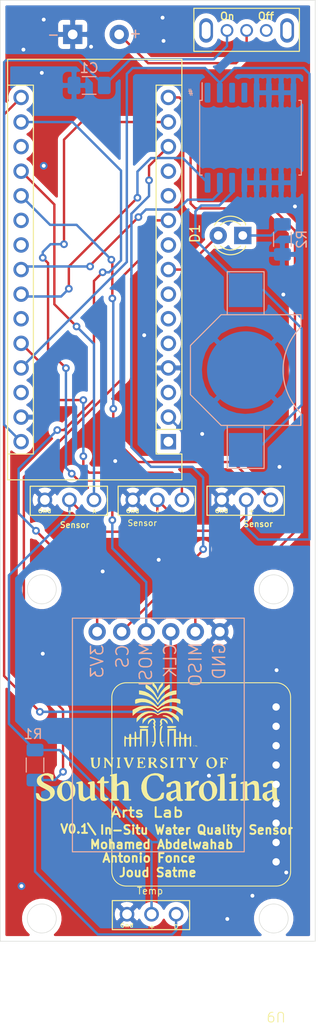
<source format=kicad_pcb>
(kicad_pcb (version 20240108) (generator "pcbnew") (generator_version "8.0")
  (layers (0 "F.Cu" signal) (31 "B.Cu" signal) (34 "B.Paste" user) (35 "F.Paste" user) (36 "B.SilkS" user "B.Silkscreen") (37 "F.SilkS" user "F.Silkscreen") (38 "B.Mask" user) (39 "F.Mask" user) (44 "Edge.Cuts" user))
  (net 0 "")
  (net 4 "Net-(A1-D13)")
  (net 5 "Net-(A1-D7)")
  (net 6 "GND")
  (net 7 "Net-(A1-A1)")
  (net 8 "Net-(A1-A5)")
  (net 9 "Net-(A1-A7)")
  (net 11 "Net-(A1-D12)")
  (net 12 "Net-(A1-3V3)")
  (net 14 "Net-(A1-+5V)")
  (net 15 "Net-(A1-D11)")
  (net 17 "Net-(A1-D10)")
  (net 21 "Net-(A1-D5)")
  (net 24 "Net-(A1-VIN)")
  (net 27 "Net-(A1-A0)")
  (net 28 "Net-(A1-A4)")
  (net 29 "Net-(BT1-+)")
  (net 30 "Net-(D1-K)")
  (net 31 "Net-(U1-Power)")
  (net 36 "Net-(A1-D0{slash}RX)")
  (footprint "WATER_SENSOR:grounded_switch" (layer "F.Cu") (at 122.7 35.2 180)
    (property "Reference" "U3" (hide yes))
    (property "Value" "switch" (hide yes))
    (fp_text user "Off" (at -2 6.55 0) (layer "F.SilkS") (effects (font (size 0.75 0.75))))
    (fp_text user "On" (at 2 6.55 0) (layer "F.SilkS") (effects (font (size 0.75 0.75))))
    (pad "1" thru_hole circle (at -2.032 5.08 180) (size 1.324 1.324) (drill 0.914) (layers "*.Cu" "*.Mask"))
    (pad "2" thru_hole circle (at 0 5.08 180) (size 1.324 1.324) (drill 0.914) (layers "*.Cu" "*.Mask") (net 31 "Net-(U1-Power)"))
    (pad "3" thru_hole circle (at 2.032 5.08 180) (size 1.324 1.324) (drill 0.914) (layers "*.Cu" "*.Mask") (net 24 "Net-(A1-VIN)"))
    (pad "4" thru_hole oval (at -4.191 5.08 270) (size 2.524 1.424) (drill oval 1.76 0.914) (layers "*.Cu" "*.Mask"))
    (pad "5" thru_hole oval (at 4.191 5.08 270) (size 2.524 1.424) (drill oval 1.76 0.914) (layers "*.Cu" "*.Mask"))
  )
  (footprint "Module:Arduino_Nano" (layer "F.Cu") (at 114.6 72.6 180)
    (property "Reference" "A1" (hide yes))
    (property "Value" "Arduino_Nano_v3.x" (hide yes))
    (pad "1" thru_hole rect (at 0 0 180) (size 1.6 1.6) (drill 1) (layers "*.Cu" "*.Mask"))
    (pad "2" thru_hole oval (at 0 2.54 180) (size 1.6 1.6) (drill 1) (layers "*.Cu" "*.Mask") (net 36 "Net-(A1-D0{slash}RX)"))
    (pad "3" thru_hole oval (at 0 5.08 180) (size 1.6 1.6) (drill 1) (layers "*.Cu" "*.Mask"))
    (pad "4" thru_hole oval (at 0 7.62 180) (size 1.6 1.6) (drill 1) (layers "*.Cu" "*.Mask") (net 6 "GND"))
    (pad "5" thru_hole oval (at 0 10.16 180) (size 1.6 1.6) (drill 1) (layers "*.Cu" "*.Mask"))
    (pad "6" thru_hole oval (at 0 12.7 180) (size 1.6 1.6) (drill 1) (layers "*.Cu" "*.Mask"))
    (pad "7" thru_hole oval (at 0 15.24 180) (size 1.6 1.6) (drill 1) (layers "*.Cu" "*.Mask"))
    (pad "8" thru_hole oval (at 0 17.78 180) (size 1.6 1.6) (drill 1) (layers "*.Cu" "*.Mask") (net 21 "Net-(A1-D5)"))
    (pad "9" thru_hole oval (at 0 20.32 180) (size 1.6 1.6) (drill 1) (layers "*.Cu" "*.Mask"))
    (pad "10" thru_hole oval (at 0 22.86 180) (size 1.6 1.6) (drill 1) (layers "*.Cu" "*.Mask") (net 5 "Net-(A1-D7)"))
    (pad "11" thru_hole oval (at 0 25.4 180) (size 1.6 1.6) (drill 1) (layers "*.Cu" "*.Mask"))
    (pad "12" thru_hole oval (at 0 27.94 180) (size 1.6 1.6) (drill 1) (layers "*.Cu" "*.Mask"))
    (pad "13" thru_hole oval (at 0 30.48 180) (size 1.6 1.6) (drill 1) (layers "*.Cu" "*.Mask") (net 17 "Net-(A1-D10)"))
    (pad "14" thru_hole oval (at 0 33.02 180) (size 1.6 1.6) (drill 1) (layers "*.Cu" "*.Mask") (net 15 "Net-(A1-D11)"))
    (pad "15" thru_hole oval (at 0 35.56 180) (size 1.6 1.6) (drill 1) (layers "*.Cu" "*.Mask") (net 11 "Net-(A1-D12)"))
    (pad "16" thru_hole oval (at 15.24 35.56 180) (size 1.6 1.6) (drill 1) (layers "*.Cu" "*.Mask") (net 4 "Net-(A1-D13)"))
    (pad "17" thru_hole oval (at 15.24 33.02 180) (size 1.6 1.6) (drill 1) (layers "*.Cu" "*.Mask") (net 12 "Net-(A1-3V3)"))
    (pad "18" thru_hole oval (at 15.24 30.48 180) (size 1.6 1.6) (drill 1) (layers "*.Cu" "*.Mask"))
    (pad "19" thru_hole oval (at 15.24 27.94 180) (size 1.6 1.6) (drill 1) (layers "*.Cu" "*.Mask") (net 27 "Net-(A1-A0)"))
    (pad "20" thru_hole oval (at 15.24 25.4 180) (size 1.6 1.6) (drill 1) (layers "*.Cu" "*.Mask") (net 7 "Net-(A1-A1)"))
    (pad "21" thru_hole oval (at 15.24 22.86 180) (size 1.6 1.6) (drill 1) (layers "*.Cu" "*.Mask"))
    (pad "22" thru_hole oval (at 15.24 20.32 180) (size 1.6 1.6) (drill 1) (layers "*.Cu" "*.Mask"))
    (pad "23" thru_hole oval (at 15.24 17.78 180) (size 1.6 1.6) (drill 1) (layers "*.Cu" "*.Mask") (net 28 "Net-(A1-A4)"))
    (pad "24" thru_hole oval (at 15.24 15.24 180) (size 1.6 1.6) (drill 1) (layers "*.Cu" "*.Mask") (net 8 "Net-(A1-A5)"))
    (pad "25" thru_hole oval (at 15.24 12.7 180) (size 1.6 1.6) (drill 1) (layers "*.Cu" "*.Mask"))
    (pad "26" thru_hole oval (at 15.24 10.16 180) (size 1.6 1.6) (drill 1) (layers "*.Cu" "*.Mask") (net 9 "Net-(A1-A7)"))
    (pad "27" thru_hole oval (at 15.24 7.62 180) (size 1.6 1.6) (drill 1) (layers "*.Cu" "*.Mask") (net 14 "Net-(A1-+5V)"))
    (pad "28" thru_hole oval (at 15.24 5.08 180) (size 1.6 1.6) (drill 1) (layers "*.Cu" "*.Mask"))
    (pad "29" thru_hole oval (at 15.24 2.54 180) (size 1.6 1.6) (drill 1) (layers "*.Cu" "*.Mask") (net 6 "GND"))
    (pad "30" thru_hole oval (at 15.24 0 180) (size 1.6 1.6) (drill 1) (layers "*.Cu" "*.Mask") (net 24 "Net-(A1-VIN)"))
  )
  (footprint "WATER_SENSOR:Turbidity" (layer "F.Cu") (at 122.4 74.2)
    (property "Reference" "U7" (hide yes))
    (property "Value" "Sensor" (at -10.5 6.8 0) (layer "F.SilkS") (effects (font (size 0.6 0.6) (thickness 0.1))))
    (fp_text user "Gnd" (at -11.5 5.56 0) (layer "F.SilkS") (effects (font (size 0.4 0.5) (thickness 0.09))))
    (fp_text user "+" (at -8.9 5.6 0) (layer "F.SilkS") (effects (font (size 0.4 0.4) (thickness 0.075))))
    (fp_text user "A" (at -6.4 5.6 0) (layer "F.SilkS") (effects (font (size 0.3 0.4) (thickness 0.05))))
    (pad "1" thru_hole circle (at -11.48 4.41) (size 1.524 1.524) (drill 1) (layers "*.Cu" "*.Mask") (net 6 "GND"))
    (pad "2" thru_hole circle (at -8.94 4.41) (size 1.524 1.524) (drill 1) (layers "*.Cu" "*.Mask") (net 14 "Net-(A1-+5V)"))
    (pad "3" thru_hole circle (at -6.4 4.41) (size 1.524 1.524) (drill 1) (layers "*.Cu" "*.Mask") (net 9 "Net-(A1-A7)"))
  )
  (footprint "WATER_SENSOR:phraails" (layer "F.Cu") (at 113.3 74.2)
    (property "Reference" "U4" (hide yes))
    (property "Value" "Sensor" (at -8.4 7 0) (layer "F.SilkS") (effects (font (size 0.6 0.6) (thickness 0.12))))
    (fp_text user "Gnd" (at -11.5 5.56 0) (layer "F.SilkS") (effects (font (size 0.4 0.5) (thickness 0.09))))
    (fp_text user "+" (at -8.9 5.6 0) (layer "F.SilkS") (effects (font (size 0.4 0.4) (thickness 0.08))))
    (fp_text user "A" (at -6.35 5.6 0) (layer "F.SilkS") (effects (font (size 0.4 0.4) (thickness 0.075))))
    (pad "1" thru_hole circle (at -11.48 4.41) (size 1.524 1.524) (drill 1) (layers "*.Cu" "*.Mask") (net 6 "GND"))
    (pad "2" thru_hole circle (at -8.94 4.41) (size 1.524 1.524) (drill 1) (layers "*.Cu" "*.Mask") (net 14 "Net-(A1-+5V)"))
    (pad "3" thru_hole circle (at -6.4 4.41) (size 1.524 1.524) (drill 1) (layers "*.Cu" "*.Mask") (net 27 "Net-(A1-A0)"))
  )
  (footprint "WATER_SENSOR:TDS" (layer "F.Cu") (at 131.6 74.2)
    (property "Reference" "U5" (hide yes))
    (property "Value" "Sensor" (at -7.7 6.9 0) (layer "F.SilkS") (effects (font (size 0.6 0.6) (thickness 0.12))))
    (fp_text user "Gnd" (at -11.5 5.56 0) (layer "F.SilkS") (effects (font (size 0.4 0.5) (thickness 0.09))))
    (fp_text user "+" (at -8.4 5.55 0) (layer "F.SilkS") (effects (font (size 0.4 0.5) (thickness 0.08))))
    (fp_text user "A" (at -6.35 5.55 0) (layer "F.SilkS") (effects (font (size 0.4 0.5) (thickness 0.08))))
    (pad "1" thru_hole circle (at -11.48 4.41) (size 1.524 1.524) (drill 1) (layers "*.Cu" "*.Mask") (net 6 "GND"))
    (pad "2" thru_hole circle (at -8.94 4.41) (size 1.524 1.524) (drill 1) (layers "*.Cu" "*.Mask") (net 14 "Net-(A1-+5V)"))
    (pad "3" thru_hole circle (at -6.4 4.41) (size 1.524 1.524) (drill 1) (layers "*.Cu" "*.Mask") (net 7 "Net-(A1-A1)"))
  )
  (footprint "WATER_SENSOR:Temp." (layer "F.Cu") (at 121.8 117)
    (property "Reference" "U8" (hide yes))
    (property "Value" "Temp" (at -9.1 2 0) (layer "F.SilkS") (effects (font (size 0.7 0.7) (thickness 0.1))))
    (fp_text user "+" (at -8.9 5.7 0) (layer "F.SilkS") (effects (font (size 0.4 0.5) (thickness 0.08))))
    (fp_text user "Gnd" (at -11.5 5.56 0) (layer "F.SilkS") (effects (font (size 0.4 0.5) (thickness 0.09))))
    (fp_text user "D" (at -6.4 5.7 0) (layer "F.SilkS") (effects (font (size 0.4 0.5) (thickness 0.08))))
    (pad "1" thru_hole circle (at -11.48 4.41) (size 1.524 1.524) (drill 1) (layers "*.Cu" "*.Mask") (net 6 "GND"))
    (pad "2" thru_hole circle (at -8.94 4.41) (size 1.524 1.524) (drill 1) (layers "*.Cu" "*.Mask") (net 14 "Net-(A1-+5V)"))
    (pad "3" thru_hole circle (at -6.4 4.41) (size 1.524 1.524) (drill 1) (layers "*.Cu" "*.Mask") (net 5 "Net-(A1-D7)"))
  )
  (footprint "LED_THT:LED_D3.0mm" (layer "F.Cu") (at 122.3 51.3 180)
    (property "Reference" "D1" (at 4.95 0.2 -90) (layer "F.SilkS"))
    (property "Value" "LED" (hide yes))
    (pad "1" thru_hole rect (at 0 0 180) (size 1.8 1.8) (drill 0.9) (layers "*.Cu" "*.Mask") (net 30 "Net-(D1-K)"))
    (pad "2" thru_hole circle (at 2.54 0 180) (size 1.8 1.8) (drill 0.9) (layers "*.Cu" "*.Mask") (net 21 "Net-(A1-D5)"))
  )
  (footprint "WATER_SENSOR:uofsc_logo_1in" (layer "F.Cu") (at 113.5 103.6)
    (property "Reference" "G***" (hide yes))
    (property "Value" "LOGO" (hide yes))
  )
  (footprint "GPS Module:GPS Module" (layer "F.Cu") (at 125.75 116 180)
    (property "Reference" "U9" (at 0 -16 180) (layer "F.SilkS") (effects (font (thickness 0.1))))
    (property "Value" "~")
    (pad "1" thru_hole circle (at 0 0 180) (size 1.524 1.524) (drill 0.762) (layers "*.Cu" "*.Mask"))
    (pad "2" thru_hole circle (at 0 2 180) (size 1.524 1.524) (drill 0.762) (layers "*.Cu" "B.Mask"))
    (pad "3" thru_hole circle (at 0 4 180) (size 1.524 1.524) (drill 0.762) (layers "*.Cu" "*.Mask"))
    (pad "4" thru_hole circle (at 0 6 180) (size 1.524 1.524) (drill 0.762) (layers "*.Cu" "*.Mask"))
    (pad "5" thru_hole circle (at 0 8 180) (size 1.524 1.524) (drill 0.762) (layers "*.Cu" "*.Mask") (net 36 "Net-(A1-D0{slash}RX)"))
    (pad "6" thru_hole circle (at 0 10 180) (size 1.524 1.524) (drill 0.762) (layers "*.Cu" "*.Mask"))
    (pad "7" thru_hole circle (at 0 12 180) (size 1.524 1.524) (drill 0.762) (layers "*.Cu" "*.Mask") (net 6 "GND"))
    (pad "8" thru_hole circle (at 0 14 180) (size 1.524 1.524) (drill 0.762) (layers "*.Cu" "*.Mask") (net 14 "Net-(A1-+5V)"))
    (pad "9" thru_hole circle (at 0 16 180) (size 1.524 1.524) (drill 0.762) (layers "*.Cu" "*.Mask"))
  )
  (footprint "Capacitor_SMD:C_1206_3216Metric_Pad1.33x1.80mm_HandSolder" (layer "B.Cu") (at 106.4 35.8 180)
    (property "Reference" "C1" (at 0 1.8 180) (layer "B.SilkS") (effects (justify mirror)))
    (property "Value" "C" (hide yes))
    (pad "1" smd roundrect (at -1.5625 0 180) (size 1.325 1.8) (layers "B.Cu" "B.Paste" "B.Mask") (roundrect_rratio 0.188679) (net 24 "Net-(A1-VIN)"))
    (pad "2" smd roundrect (at 1.5625 0 180) (size 1.325 1.8) (layers "B.Cu" "B.Paste" "B.Mask") (roundrect_rratio 0.188679) (net 6 "GND"))
  )
  (footprint "Resistor_SMD:R_1206_3216Metric_Pad1.30x1.75mm_HandSolder" (layer "B.Cu") (at 126.4 51.7 -90)
    (property "Reference" "R2" (at 0 -2 90) (layer "B.SilkS") (effects (justify mirror)))
    (property "Value" "R" (hide yes))
    (pad "1" smd roundrect (at -1.55 0 270) (size 1.3 1.75) (layers "B.Cu" "B.Paste" "B.Mask") (roundrect_rratio 0.192308) (net 30 "Net-(D1-K)"))
    (pad "2" smd roundrect (at 1.55 0 270) (size 1.3 1.75) (layers "B.Cu" "B.Paste" "B.Mask") (roundrect_rratio 0.192308) (net 6 "GND"))
  )
  (footprint "Package_SO:SOIC-16W_7.5x10.3mm_P1.27mm" (layer "B.Cu") (at 123.1 41.2 -90)
    (property "Reference" "U6" (hide yes))
    (property "Value" "DS3231M")
    (pad "1" smd roundrect (at -4.65 4.445 270) (size 2.05 0.6) (layers "B.Cu" "B.Paste" "B.Mask"))
    (pad "2" smd roundrect (at -4.65 3.175 270) (size 2.05 0.6) (layers "B.Cu" "B.Paste" "B.Mask") (net 14 "Net-(A1-+5V)"))
    (pad "3" smd roundrect (at -4.65 1.905 270) (size 2.05 0.6) (layers "B.Cu" "B.Paste" "B.Mask"))
    (pad "4" smd roundrect (at -4.65 0.635 270) (size 2.05 0.6) (layers "B.Cu" "B.Paste" "B.Mask"))
    (pad "5" smd roundrect (at -4.65 -0.635 270) (size 2.05 0.6) (layers "B.Cu" "B.Paste" "B.Mask") (net 6 "GND"))
    (pad "6" smd roundrect (at -4.65 -1.905 270) (size 2.05 0.6) (layers "B.Cu" "B.Paste" "B.Mask") (net 6 "GND"))
    (pad "7" smd roundrect (at -4.65 -3.175 270) (size 2.05 0.6) (layers "B.Cu" "B.Paste" "B.Mask") (net 6 "GND"))
    (pad "8" smd roundrect (at -4.65 -4.445 270) (size 2.05 0.6) (layers "B.Cu" "B.Paste" "B.Mask") (net 6 "GND"))
    (pad "9" smd roundrect (at 4.65 -4.445 270) (size 2.05 0.6) (layers "B.Cu" "B.Paste" "B.Mask") (net 6 "GND"))
    (pad "10" smd roundrect (at 4.65 -3.175 270) (size 2.05 0.6) (layers "B.Cu" "B.Paste" "B.Mask") (net 6 "GND"))
    (pad "11" smd roundrect (at 4.65 -1.905 270) (size 2.05 0.6) (layers "B.Cu" "B.Paste" "B.Mask") (net 6 "GND"))
    (pad "12" smd roundrect (at 4.65 -0.635 270) (size 2.05 0.6) (layers "B.Cu" "B.Paste" "B.Mask") (net 6 "GND"))
    (pad "13" smd roundrect (at 4.65 0.635 270) (size 2.05 0.6) (layers "B.Cu" "B.Paste" "B.Mask") (net 6 "GND"))
    (pad "14" smd roundrect (at 4.65 1.905 270) (size 2.05 0.6) (layers "B.Cu" "B.Paste" "B.Mask") (net 29 "Net-(BT1-+)"))
    (pad "15" smd roundrect (at 4.65 3.175 270) (size 2.05 0.6) (layers "B.Cu" "B.Paste" "B.Mask") (net 28 "Net-(A1-A4)"))
    (pad "16" smd roundrect (at 4.65 4.445 270) (size 2.05 0.6) (layers "B.Cu" "B.Paste" "B.Mask") (net 8 "Net-(A1-A5)"))
  )
  (footprint "WATER_SENSOR:battery_holder_10mm" (layer "B.Cu") (at 122.6 65.2 90)
    (property "Reference" "BT1" (hide yes))
    (property "Value" "Battery_Cell" (hide yes))
    (pad "1" smd rect (at -8.255 0 180) (size 3.5 3.5) (layers "B.Cu" "B.Mask") (net 29 "Net-(BT1-+)"))
    (pad "1" smd rect (at 8.255 0 180) (size 3.5 3.5) (layers "B.Cu" "B.Mask") (net 29 "Net-(BT1-+)"))
    (pad "2" smd circle (at 0 0 180) (size 8 8) (layers "B.Cu" "B.Mask") (net 6 "GND"))
  )
  (footprint "WATER_SENSOR:SD" (layer "B.Cu") (at 103.4 104.8 90)
    (property "Reference" "U2" (hide yes))
    (property "Value" "SD" (hide yes))
    (fp_text user "CS" (at 10.02 6.45 -90) (layer "B.SilkS") (effects (font (size 1.27 1.27)) (justify mirror)))
    (fp_text user "GND" (at 9.56 16.45 -90) (layer "B.SilkS") (effects (font (size 1.27 1.27)) (justify mirror)))
    (fp_text user "CLK" (at 9.59 11.38 -90) (layer "B.SilkS") (effects (font (size 1.27 1.27)) (justify mirror)))
    (fp_text user "3V3" (at 9.51 3.83 -90) (layer "B.SilkS") (effects (font (size 1.27 1.27)) (justify mirror)))
    (fp_text user "MISO" (at 9.19 14 -90) (layer "B.SilkS") (effects (font (size 1.27 1.27)) (justify mirror)))
    (fp_text user "MOSI" (at 9.19 8.87 -90) (layer "B.SilkS") (effects (font (size 1.27 1.27)) (justify mirror)))
    (pad "1" thru_hole circle (at 12.57 3.83 270) (size 1.8 1.8) (drill 1) (layers "*.Cu" "*.Mask") (net 12 "Net-(A1-3V3)"))
    (pad "2" thru_hole circle (at 12.57 6.37 270) (size 1.8 1.8) (drill 1) (layers "*.Cu" "*.Mask") (net 17 "Net-(A1-D10)"))
    (pad "3" thru_hole circle (at 12.57 8.91 270) (size 1.8 1.8) (drill 1) (layers "*.Cu" "*.Mask") (net 15 "Net-(A1-D11)"))
    (pad "4" thru_hole circle (at 12.57 11.45 270) (size 1.8 1.8) (drill 1) (layers "*.Cu" "*.Mask") (net 4 "Net-(A1-D13)"))
    (pad "5" thru_hole circle (at 12.57 13.99 270) (size 1.8 1.8) (drill 1) (layers "*.Cu" "*.Mask") (net 11 "Net-(A1-D12)"))
    (pad "6" thru_hole circle (at 12.57 16.53 270) (size 1.8 1.8) (drill 1) (layers "*.Cu" "*.Mask") (net 6 "GND"))
  )
  (footprint "Resistor_SMD:R_1206_3216Metric_Pad1.30x1.75mm_HandSolder" (layer "B.Cu") (at 100.8 106 90)
    (property "Reference" "R1" (at 3.2 -0.2 180) (layer "B.SilkS") (effects (justify mirror)))
    (property "Value" "R" (hide yes))
    (pad "1" smd roundrect (at -1.55 0 90) (size 1.3 1.75) (layers "B.Cu" "B.Paste" "B.Mask") (roundrect_rratio 0.192308) (net 5 "Net-(A1-D7)"))
    (pad "2" smd roundrect (at 1.55 0 90) (size 1.3 1.75) (layers "B.Cu" "B.Paste" "B.Mask") (roundrect_rratio 0.192308) (net 14 "Net-(A1-+5V)"))
  )
  (footprint "WATER_SENSOR:Battery_Input" (layer "B.Cu") (at 105.7 31.8)
    (property "Reference" "U1" (hide yes))
    (property "Value" "water_Battery" (hide yes))
    (fp_text user "-" (at -3 -1.27 0) (layer "B.SilkS") (effects (justify mirror)))
    (fp_text user "+" (at 5.5 -1.4 0) (layer "B.SilkS") (effects (justify mirror)))
    (pad "1" thru_hole circle (at 3.81 -1.27) (size 2 2) (drill 1) (layers "*.Cu" "*.Mask") (net 31 "Net-(U1-Power)"))
    (pad "2" thru_hole rect (at -1 -1.27) (size 2 2) (drill 1) (layers "*.Cu" "*.Mask") (net 6 "GND"))
  )
  (gr_line (start 97.2 124.2) (end 129.8 124.2) (stroke (width 0.05)) (layer "Edge.Cuts"))
  (gr_circle (center 101.5 87.85) (end 101.5 86.35) (stroke (width 0.05)) (fill none) (layer "Edge.Cuts"))
  (gr_circle (center 101.5 121.85) (end 101.5 120.35) (stroke (width 0.05)) (fill none) (layer "Edge.Cuts"))
  (gr_circle (center 125.5 121.85) (end 125.5 123.35) (stroke (width 0.05)) (fill none) (layer "Edge.Cuts"))
  (gr_line (start 97.2 29.8) (end 97.2 124.2) (stroke (width 0.05)) (layer "Edge.Cuts"))
  (gr_line (start 129.8 29.8) (end 129.8 124.2) (stroke (width 0.05)) (layer "Edge.Cuts"))
  (gr_circle (center 125.5 87.85) (end 125.5 86.35) (stroke (width 0.05)) (fill none) (layer "Edge.Cuts"))
  (gr_line (start 97.2 27) (end 97.2 29.8) (stroke (width 0.05)) (layer "Edge.Cuts"))
  (gr_line (start 129.8 27) (end 97.2 27) (stroke (width 0.05)) (layer "Edge.Cuts"))
  (gr_line (start 129.8 29.8) (end 129.8 27) (stroke (width 0.05)) (layer "Edge.Cuts"))
  (gr_text "#" (at 116.9 36.5 180) (layer "B.SilkS") (effects (font (size 0.5 0.5) (thickness 0.1)) (justify mirror)))
  (gr_text "Joud Satme" (at 113.5 117.1 0) (layer "F.SilkS") (effects (font (size 0.9 0.9) (thickness 0.2))))
  (gr_text "In-Situ Water Quality Sensor" (at 117.5 112.7 0) (layer "F.SilkS") (effects (font (size 0.9 0.9) (thickness 0.2))))
  (gr_text "V0.1\\" (at 105.2 112.6 0) (layer "F.SilkS") (effects (font (size 0.9 0.9) (thickness 0.2))))
  (gr_text "Antonio Fonce" (at 112.6 115.6 0) (layer "F.SilkS") (effects (font (size 0.9 0.9) (thickness 0.2))))
  (gr_text "Mohamed Abdelwahab" (at 113.9 114.2 0) (layer "F.SilkS") (effects (font (size 0.9 0.9) (thickness 0.2))))
  (gr_text "Arts Lab" (at 112.4 110.9 0) (layer "F.SilkS") (effects (font (size 1 1.2) (thickness 0.2))))
  (segment (start 99.36 37.04) (end 97.6 38.8) (width 0.25) (layer "F.Cu") (net 4))
  (segment (start 97.6 38.8) (end 97.6 96.8) (width 0.25) (layer "F.Cu") (net 4))
  (segment (start 97.6 96.8) (end 98.234999 97.434999) (width 0.25) (layer "F.Cu") (net 4))
  (segment (start 98.234999 97.434999) (end 101.3 100.5) (width 0.25) (layer "F.Cu") (net 4))
  (via (at 101.3 100.5) (size 0.8) (drill 0.4) (layers "F.Cu" "B.Cu") (net 4))
  (segment (start 114.7 100.5) (end 114.85 100.35) (width 0.25) (layer "B.Cu") (net 4))
  (segment (start 101.3 100.5) (end 114.7 100.5) (width 0.25) (layer "B.Cu") (net 4))
  (segment (start 114.85 100.35) (end 114.85 92.23) (width 0.25) (layer "B.Cu") (net 4))
  (segment (start 103.7 106.7) (end 103.7 100.3) (width 0.25) (layer "F.Cu") (net 5))
  (segment (start 110 55.4) (end 111.8 53.6) (width 0.25) (layer "F.Cu") (net 5))
  (segment (start 112.76 49.74) (end 114.6 49.74) (width 0.25) (layer "F.Cu") (net 5))
  (segment (start 110 65.9) (end 110 55.4) (width 0.25) (layer "F.Cu") (net 5))
  (segment (start 99.644263 96.244263) (end 99.644263 76.255737) (width 0.25) (layer "F.Cu") (net 5))
  (segment (start 103.7 100.3) (end 99.644263 96.244263) (width 0.25) (layer "F.Cu") (net 5))
  (segment (start 111.8 53.6) (end 111.8 50.7) (width 0.25) (layer "F.Cu") (net 5))
  (segment (start 99.644263 76.255737) (end 110 65.9) (width 0.25) (layer "F.Cu") (net 5))
  (segment (start 111.8 50.7) (end 112.76 49.74) (width 0.25) (layer "F.Cu") (net 5))
  (via (at 103.7 106.7) (size 0.8) (drill 0.4) (layers "F.Cu" "B.Cu") (net 5))
  (segment (start 115.4 123.1) (end 115 123.5) (width 0.25) (layer "B.Cu") (net 5))
  (segment (start 102.85 107.55) (end 103.7 106.7) (width 0.25) (layer "B.Cu") (net 5))
  (segment (start 115 123.5) (end 107.3 123.5) (width 0.25) (layer "B.Cu") (net 5))
  (segment (start 100.8 117) (end 100.8 107.55) (width 0.25) (layer "B.Cu") (net 5))
  (segment (start 107.3 123.5) (end 100.8 117) (width 0.25) (layer "B.Cu") (net 5))
  (segment (start 100.8 107.55) (end 102.85 107.55) (width 0.25) (layer "B.Cu") (net 5))
  (segment (start 115.4 121.41) (end 115.4 123.1) (width 0.25) (layer "B.Cu") (net 5))
  (segment (start 125.75 104) (end 127.158103 102.591897) (width 0.25) (layer "F.Cu") (net 6))
  (segment (start 127.158103 97.558103) (end 125.8 96.2) (width 0.25) (layer "F.Cu") (net 6))
  (segment (start 127.158103 102.591897) (end 127.158103 97.558103) (width 0.25) (layer "F.Cu") (net 6))
  (via (at 101.5 34.5) (size 0.8) (drill 0.4) (layers "F.Cu" "B.Cu") (net 6))
  (via (at 106.6 31.8) (size 0.8) (drill 0.4) (layers "F.Cu" "B.Cu") (net 6))
  (via (at 114 28.8) (size 0.8) (drill 0.4) (layers "F.Cu" "B.Cu") (net 6))
  (via (at 126.5 57.4) (size 0.8) (drill 0.4) (layers "F.Cu" "B.Cu") (net 6))
  (via (at 120.7 121.9) (size 0.8) (drill 0.4) (layers "F.Cu" "B.Cu") (net 6))
  (via (at 101.7 29) (size 0.8) (drill 0.4) (layers "F.Cu" "B.Cu") (net 6))
  (via (at 123.3 119.5) (size 0.8) (drill 0.4) (layers "F.Cu" "B.Cu") (net 6))
  (via (at 125.8 96.2) (size 0.8) (drill 0.4) (layers "F.Cu" "B.Cu") (net 6))
  (via (at 107.8 86) (size 0.8) (drill 0.4) (layers "F.Cu" "B.Cu") (net 6))
  (via (at 118.8 107.1) (size 0.8) (drill 0.4) (layers "F.Cu" "B.Cu") (net 6))
  (via (at 113.6 84.8) (size 0.8) (drill 0.4) (layers "F.Cu" "B.Cu") (net 6))
  (via (at 114.1 31.2) (size 0.8) (drill 0.4) (layers "F.Cu" "B.Cu") (net 6))
  (via (at 99.6 32.1) (size 0.8) (drill 0.4) (layers "F.Cu" "B.Cu") (net 6))
  (via (at 112.1 61.6) (size 0.8) (drill 0.4) (layers "F.Cu" "B.Cu") (net 6))
  (via (at 127.7 48.3) (size 0.8) (drill 0.4) (layers "F.Cu" "B.Cu") (net 6))
  (via (at 126.8 117.1) (size 0.8) (drill 0.4) (layers "F.Cu" "B.Cu") (net 6))
  (via (at 101.6 94.5) (size 0.8) (drill 0.4) (layers "F.Cu" "B.Cu") (net 6))
  (via (at 109.1 74.6) (size 0.8) (drill 0.4) (layers "F.Cu" "B.Cu") (net 6))
  (via (at 118.1 71.8) (size 0.8) (drill 0.4) (layers "F.Cu" "B.Cu") (net 6))
  (via (at 101.7 44.1) (size 0.8) (drill 0.4) (layers "F.Cu" "B.Cu") (net 6))
  (via (at 99.4 118.5) (size 0.8) (drill 0.4) (layers "F.Cu" "B.Cu") (net 6))
  (via (at 126.1 75.2) (size 0.8) (drill 0.4) (layers "F.Cu" "B.Cu") (net 6))
  (segment (start 121.29 74.7) (end 111.4 74.7) (width 0.25) (layer "F.Cu") (net 7))
  (segment (start 125.2 78.61) (end 121.29 74.7) (width 0.25) (layer "F.Cu") (net 7))
  (segment (start 108.9 72.2) (end 108.9 69.2) (width 0.25) (layer "F.Cu") (net 7))
  (segment (start 108.8 53.9) (end 108.7 53.8) (width 0.25) (layer "F.Cu") (net 7))
  (segment (start 108.8 57.8) (end 108.8 53.9) (width 0.25) (layer "F.Cu") (net 7))
  (segment (start 111.4 74.7) (end 108.9 72.2) (width 0.25) (layer "F.Cu") (net 7))
  (via (at 108.7 53.8) (size 0.8) (drill 0.4) (layers "F.Cu" "B.Cu") (net 7))
  (via (at 108.8 57.8) (size 0.8) (drill 0.4) (layers "F.Cu" "B.Cu") (net 7))
  (via (at 108.9 69.2) (size 0.8) (drill 0.4) (layers "F.Cu" "B.Cu") (net 7))
  (segment (start 108.9 57.9) (end 108.8 57.8) (width 0.25) (layer "B.Cu") (net 7))
  (segment (start 99.36 47.2) (end 102.36 50.2) (width 0.25) (layer "B.Cu") (net 7))
  (segment (start 108.9 69.2) (end 108.9 57.9) (width 0.25) (layer "B.Cu") (net 7))
  (segment (start 105.1 50.2) (end 108.7 53.8) (width 0.25) (layer "B.Cu") (net 7))
  (segment (start 102.36 50.2) (end 105.1 50.2) (width 0.25) (layer "B.Cu") (net 7))
  (segment (start 111.4 47.4) (end 104.3 54.5) (width 0.25) (layer "F.Cu") (net 8))
  (segment (start 104.3 54.5) (end 104.3 56.8) (width 0.25) (layer "F.Cu") (net 8))
  (via (at 111.4 47.4) (size 0.8) (drill 0.4) (layers "F.Cu" "B.Cu") (net 8))
  (via (at 104.3 56.8) (size 0.8) (drill 0.4) (layers "F.Cu" "B.Cu") (net 8))
  (segment (start 112.8 43.3) (end 116.105 43.3) (width 0.25) (layer "B.Cu") (net 8))
  (segment (start 104.3 56.8) (end 103.5 57.6) (width 0.25) (layer "B.Cu") (net 8))
  (segment (start 111.4 44.7) (end 112.8 43.3) (width 0.25) (layer "B.Cu") (net 8))
  (segment (start 111.4 47.4) (end 111.4 44.7) (width 0.25) (layer "B.Cu") (net 8))
  (segment (start 116.105 43.3) (end 118.655 45.85) (width 0.25) (layer "B.Cu") (net 8))
  (segment (start 103.5 57.6) (end 99.6 57.6) (width 0.25) (layer "B.Cu") (net 8))
  (segment (start 99.6 57.6) (end 99.36 57.36) (width 0.25) (layer "B.Cu") (net 8))
  (segment (start 115 75.8) (end 116 76.8) (width 0.25) (layer "F.Cu") (net 9))
  (segment (start 106.4 75.8) (end 115 75.8) (width 0.25) (layer "F.Cu") (net 9))
  (segment (start 102.9 68.3) (end 105.8 68.3) (width 0.25) (layer "F.Cu") (net 9))
  (segment (start 105.8 74.1) (end 105.8 75.2) (width 0.25) (layer "F.Cu") (net 9))
  (segment (start 101.7 67.1) (end 102.9 68.3) (width 0.25) (layer "F.Cu") (net 9))
  (segment (start 105.8 75.2) (end 106.4 75.8) (width 0.25) (layer "F.Cu") (net 9))
  (segment (start 116 76.8) (end 116 78.61) (width 0.25) (layer "F.Cu") (net 9))
  (segment (start 99.36 62.44) (end 101.7 64.78) (width 0.25) (layer "F.Cu") (net 9))
  (segment (start 101.7 64.78) (end 101.7 67.1) (width 0.25) (layer "F.Cu") (net 9))
  (via (at 105.8 68.3) (size 0.8) (drill 0.4) (layers "F.Cu" "B.Cu") (net 9))
  (via (at 105.8 74.1) (size 0.8) (drill 0.4) (layers "F.Cu" "B.Cu") (net 9))
  (segment (start 105.8 68.3) (end 105.8 74.1) (width 0.25) (layer "B.Cu") (net 9))
  (segment (start 124 85.6) (end 119.8 85.6) (width 0.25) (layer "F.Cu") (net 11))
  (segment (start 114.6 37.04) (end 115.74 37.04) (width 0.25) (layer "F.Cu") (net 11))
  (segment (start 116.9 48) (end 117.4 48.5) (width 0.25) (layer "F.Cu") (net 11))
  (segment (start 119.8 85.6) (end 117.39 88.01) (width 0.25) (layer "F.Cu") (net 11))
  (segment (start 117.4 48.5) (end 125.4 48.5) (width 0.25) (layer "F.Cu") (net 11))
  (segment (start 116.9 38.2) (end 116.9 48) (width 0.25) (layer "F.Cu") (net 11))
  (segment (start 127.7 81.9) (end 124 85.6) (width 0.25) (layer "F.Cu") (net 11))
  (segment (start 127.7 50.8) (end 127.7 81.9) (width 0.25) (layer "F.Cu") (net 11))
  (segment (start 115.74 37.04) (end 116.9 38.2) (width 0.25) (layer "F.Cu") (net 11))
  (segment (start 117.39 88.01) (end 117.39 92.23) (width 0.25) (layer "F.Cu") (net 11))
  (segment (start 125.4 48.5) (end 127.7 50.8) (width 0.25) (layer "F.Cu") (net 11))
  (segment (start 103.773002 71.4) (end 106.9 68.273002) (width 0.25) (layer "F.Cu") (net 12))
  (segment (start 103.1 71.4) (end 103.773002 71.4) (width 0.25) (layer "F.Cu") (net 12))
  (segment (start 106.9 68.273002) (end 106.9 56) (width 0.25) (layer "F.Cu") (net 12))
  (segment (start 106.9 56) (end 107.8 55.1) (width 0.25) (layer "F.Cu") (net 12))
  (segment (start 107.23 92.23) (end 107.23 88.13) (width 0.25) (layer "F.Cu") (net 12))
  (segment (start 107.23 88.13) (end 100.9 81.8) (width 0.25) (layer "F.Cu") (net 12))
  (via (at 107.8 55.1) (size 0.8) (drill 0.4) (layers "F.Cu" "B.Cu") (net 12))
  (via (at 103.1 71.4) (size 0.8) (drill 0.4) (layers "F.Cu" "B.Cu") (net 12))
  (via (at 100.9 81.8) (size 0.8) (drill 0.4) (layers "F.Cu" "B.Cu") (net 12))
  (segment (start 109.7 44.6) (end 104.68 39.58) (width 0.25) (layer "B.Cu") (net 12))
  (segment (start 99.1 75.4) (end 103.1 71.4) (width 0.25) (layer "B.Cu") (net 12))
  (segment (start 99.1 80) (end 99.1 75.4) (width 0.25) (layer "B.Cu") (net 12))
  (segment (start 109.7 53.873002) (end 109.7 44.6) (width 0.25) (layer "B.Cu") (net 12))
  (segment (start 107.8 55.1) (end 108.473002 55.1) (width 0.25) (layer "B.Cu") (net 12))
  (segment (start 108.473002 55.1) (end 109.7 53.873002) (width 0.25) (layer "B.Cu") (net 12))
  (segment (start 104.68 39.58) (end 99.36 39.58) (width 0.25) (layer "B.Cu") (net 12))
  (segment (start 100.9 81.8) (end 99.1 80) (width 0.25) (layer "B.Cu") (net 12))
  (segment (start 113.46 78.61) (end 113.46 81.74) (width 0.25) (layer "F.Cu") (net 14))
  (segment (start 113.3 81.9) (end 107.65 81.9) (width 0.25) (layer "F.Cu") (net 14))
  (segment (start 116.65 81.8) (end 113.46 78.61) (width 0.25) (layer "F.Cu") (net 14))
  (segment (start 122.66 80.14) (end 121 81.8) (width 0.25) (layer "F.Cu") (net 14))
  (segment (start 113.46 81.74) (end 113.3 81.9) (width 0.25) (layer "F.Cu") (net 14))
  (segment (start 107.65 81.9) (end 104.36 78.61) (width 0.25) (layer "F.Cu") (net 14))
  (segment (start 122.66 78.61) (end 122.66 80.14) (width 0.25) (layer "F.Cu") (net 14))
  (segment (start 121 81.8) (end 116.65 81.8) (width 0.25) (layer "F.Cu") (net 14))
  (segment (start 125.75 102) (end 113.79 113.96) (width 0.25) (layer "B.Cu") (net 14))
  (segment (start 122.66 81.46) (end 122.66 78.61) (width 0.25) (layer "B.Cu") (net 14))
  (segment (start 129.2 82.7) (end 123.9 82.7) (width 0.25) (layer "B.Cu") (net 14))
  (segment (start 110.3 54.04) (end 110.3 34.6) (width 0.25) (layer "B.Cu") (net 14))
  (segment (start 112.86 113.96) (end 112.86 121.41) (width 0.25) (layer "B.Cu") (net 14))
  (segment (start 110.9 34) (end 118.4 34) (width 0.25) (layer "B.Cu") (net 14))
  (segment (start 118.4 34) (end 119.925 35.525) (width 0.25) (layer "B.Cu") (net 14))
  (segment (start 129.2 34.6) (end 129.2 82.7) (width 0.25) (layer "B.Cu") (net 14))
  (segment (start 121.45 34) (end 128.6 34) (width 0.25) (layer "B.Cu") (net 14))
  (segment (start 100.8 104.45) (end 103.35 104.45) (width 0.25) (layer "B.Cu") (net 14))
  (segment (start 119.925 35.525) (end 119.925 36.55) (width 0.25) (layer "B.Cu") (net 14))
  (segment (start 113.79 113.96) (end 112.86 113.96) (width 0.25) (layer "B.Cu") (net 14))
  (segment (start 103.35 104.45) (end 112.86 113.96) (width 0.25) (layer "B.Cu") (net 14))
  (segment (start 110.3 34.6) (end 110.9 34) (width 0.25) (layer "B.Cu") (net 14))
  (segment (start 123.9 82.7) (end 122.66 81.46) (width 0.25) (layer "B.Cu") (net 14))
  (segment (start 99.36 64.98) (end 110.3 54.04) (width 0.25) (layer "B.Cu") (net 14))
  (segment (start 104.36 80.14) (end 98.1 86.4) (width 0.25) (layer "B.Cu") (net 14))
  (segment (start 128.6 34) (end 129.2 34.6) (width 0.25) (layer "B.Cu") (net 14))
  (segment (start 98.1 86.4) (end 98.1 101.75) (width 0.25) (layer "B.Cu") (net 14))
  (segment (start 104.36 78.61) (end 104.36 80.14) (width 0.25) (layer "B.Cu") (net 14))
  (segment (start 98.1 101.75) (end 100.8 104.45) (width 0.25) (layer "B.Cu") (net 14))
  (segment (start 119.925 35.525) (end 121.45 34) (width 0.25) (layer "B.Cu") (net 14))
  (segment (start 101.6 53.6) (end 102.150009 54.150009) (width 0.25) (layer "F.Cu") (net 15))
  (segment (start 108.8 77.2) (end 108.8 80.7) (width 0.25) (layer "F.Cu") (net 15))
  (segment (start 108.2 76.6) (end 108.8 77.2) (width 0.25) (layer "F.Cu") (net 15))
  (segment (start 102.150009 63.150009) (end 104 65) (width 0.25) (layer "F.Cu") (net 15))
  (segment (start 103.8 41.4) (end 105.62 39.58) (width 0.25) (layer "F.Cu") (net 15))
  (segment (start 103.8 52.2) (end 103.8 41.4) (width 0.25) (layer "F.Cu") (net 15))
  (segment (start 105.3 76.6) (end 108.2 76.6) (width 0.25) (layer "F.Cu") (net 15))
  (segment (start 102.150009 54.150009) (end 102.150009 63.150009) (width 0.25) (layer "F.Cu") (net 15))
  (segment (start 105.62 39.58) (end 114.6 39.58) (width 0.25) (layer "F.Cu") (net 15))
  (segment (start 104.6 75.9) (end 105.3 76.6) (width 0.25) (layer "F.Cu") (net 15))
  (via (at 104 65) (size 0.8) (drill 0.4) (layers "F.Cu" "B.Cu") (net 15))
  (via (at 104.6 75.9) (size 0.8) (drill 0.4) (layers "F.Cu" "B.Cu") (net 15))
  (via (at 101.6 53.6) (size 0.8) (drill 0.4) (layers "F.Cu" "B.Cu") (net 15))
  (via (at 103.8 52.2) (size 0.8) (drill 0.4) (layers "F.Cu" "B.Cu") (net 15))
  (via (at 108.8 80.7) (size 0.8) (drill 0.4) (layers "F.Cu" "B.Cu") (net 15))
  (segment (start 112.31 87.11) (end 112.31 92.23) (width 0.25) (layer "B.Cu") (net 15))
  (segment (start 104 75.3) (end 104.6 75.9) (width 0.25) (layer "B.Cu") (net 15))
  (segment (start 108.8 83.6) (end 112.31 87.11) (width 0.25) (layer "B.Cu") (net 15))
  (segment (start 104 70.9) (end 104 75.3) (width 0.25) (layer "B.Cu") (net 15))
  (segment (start 104 65) (end 104 70.9) (width 0.25) (layer "B.Cu") (net 15))
  (segment (start 103.8 52.2) (end 102.4 52.2) (width 0.25) (layer "B.Cu") (net 15))
  (segment (start 101.6 53) (end 101.6 53.6) (width 0.25) (layer "B.Cu") (net 15))
  (segment (start 108.8 80.7) (end 108.8 83.6) (width 0.25) (layer "B.Cu") (net 15))
  (segment (start 102.4 52.2) (end 101.6 53) (width 0.25) (layer "B.Cu") (net 15))
  (segment (start 112.6 45.6) (end 112.6 44.12) (width 0.25) (layer "F.Cu") (net 17))
  (segment (start 118.2 83.8) (end 118.2 83.7) (width 0.25) (layer "F.Cu") (net 17))
  (segment (start 109.77 92.23) (end 118.2 83.8) (width 0.25) (layer "F.Cu") (net 17))
  (segment (start 112.6 44.12) (end 114.6 42.12) (width 0.25) (layer "F.Cu") (net 17))
  (via (at 112.6 45.6) (size 0.8) (drill 0.4) (layers "F.Cu" "B.Cu") (net 17))
  (via (at 118.2 83.7) (size 0.8) (drill 0.4) (layers "F.Cu" "B.Cu") (net 17))
  (segment (start 118.2 76.3) (end 117.1 75.2) (width 0.25) (layer "B.Cu") (net 17))
  (segment (start 118.2 83.7) (end 118.2 76.3) (width 0.25) (layer "B.Cu") (net 17))
  (segment (start 117.1 75.2) (end 112.8 75.2) (width 0.25) (layer "B.Cu") (net 17))
  (segment (start 110.774999 49.051999) (end 112.6 47.226998) (width 0.25) (layer "B.Cu") (net 17))
  (segment (start 112.8 75.2) (end 110.774999 73.174999) (width 0.25) (layer "B.Cu") (net 17))
  (segment (start 110.774999 73.174999) (end 110.774999 49.051999) (width 0.25) (layer "B.Cu") (net 17))
  (segment (start 112.6 47.226998) (end 112.6 45.6) (width 0.25) (layer "B.Cu") (net 17))
  (segment (start 116.24 54.82) (end 119.76 51.3) (width 0.25) (layer "F.Cu") (net 21))
  (segment (start 114.6 54.82) (end 116.24 54.82) (width 0.25) (layer "F.Cu") (net 21))
  (segment (start 97.6 33.4) (end 97.8 33.2) (width 0.25) (layer "B.Cu") (net 24))
  (segment (start 99.36 72.6) (end 97.6 70.84) (width 0.25) (layer "B.Cu") (net 24))
  (segment (start 120.668 30.12) (end 120.668 31.732) (width 0.25) (layer "B.Cu") (net 24))
  (segment (start 97.6 70.84) (end 97.6 33.4) (width 0.25) (layer "B.Cu") (net 24))
  (segment (start 110.6625 33.1) (end 107.9625 35.8) (width 0.25) (layer "B.Cu") (net 24))
  (segment (start 119.3 33.1) (end 110.6625 33.1) (width 0.25) (layer "B.Cu") (net 24))
  (segment (start 120.668 31.732) (end 119.3 33.1) (width 0.25) (layer "B.Cu") (net 24))
  (segment (start 97.8 33.2) (end 105.3625 33.2) (width 0.25) (layer "B.Cu") (net 24))
  (segment (start 105.3625 33.2) (end 107.9625 35.8) (width 0.25) (layer "B.Cu") (net 24))
  (segment (start 105.1 60.7) (end 102.8 58.4) (width 0.25) (layer "F.Cu") (net 27))
  (segment (start 102.8 48.1) (end 99.36 44.66) (width 0.25) (layer "F.Cu") (net 27))
  (segment (start 102.8 58.4) (end 102.8 48.1) (width 0.25) (layer "F.Cu") (net 27))
  (via (at 105.1 60.7) (size 0.8) (drill 0.4) (layers "F.Cu" "B.Cu") (net 27))
  (segment (start 106.9 62.5) (end 105.1 60.7) (width 0.25) (layer "B.Cu") (net 27))
  (segment (start 106.9 78.61) (end 106.9 62.5) (width 0.25) (layer "B.Cu") (net 27))
  (segment (start 111.5 49.4) (end 106.5 54.4) (width 0.25) (layer "F.Cu") (net 28))
  (segment (start 106.5 54.4) (end 106.5 54.5) (width 0.25) (layer "F.Cu") (net 28))
  (via (at 106.5 54.5) (size 0.8) (drill 0.4) (layers "F.Cu" "B.Cu") (net 28))
  (via (at 111.5 49.4) (size 0.8) (drill 0.4) (layers "F.Cu" "B.Cu") (net 28))
  (segment (start 99.68 54.5) (end 99.36 54.82) (width 0.25) (layer "B.Cu") (net 28))
  (segment (start 119.2 47.6) (end 116.6 47.6) (width 0.25) (layer "B.Cu") (net 28))
  (segment (start 112.285001 48.614999) (end 111.5 49.4) (width 0.25) (layer "B.Cu") (net 28))
  (segment (start 119.925 46.875) (end 119.2 47.6) (width 0.25) (layer "B.Cu") (net 28))
  (segment (start 119.925 45.85) (end 119.925 46.875) (width 0.25) (layer "B.Cu") (net 28))
  (segment (start 106.5 54.5) (end 99.68 54.5) (width 0.25) (layer "B.Cu") (net 28))
  (segment (start 115.585001 48.614999) (end 112.285001 48.614999) (width 0.25) (layer "B.Cu") (net 28))
  (segment (start 116.6 47.6) (end 115.585001 48.614999) (width 0.25) (layer "B.Cu") (net 28))
  (segment (start 122.6 73.455) (end 123.745 73.455) (width 0.25) (layer "B.Cu") (net 29))
  (segment (start 128.4 60.9) (end 124.445 56.945) (width 0.25) (layer "B.Cu") (net 29))
  (segment (start 128.4 68.8) (end 128.4 60.9) (width 0.25) (layer "B.Cu") (net 29))
  (segment (start 119.87 48.2) (end 121.195 46.875) (width 0.25) (layer "B.Cu") (net 29))
  (segment (start 124.445 56.945) (end 122.6 56.945) (width 0.25) (layer "B.Cu") (net 29))
  (segment (start 121.195 46.875) (end 121.195 45.85) (width 0.25) (layer "B.Cu") (net 29))
  (segment (start 117.4 51.745) (end 122.6 56.945) (width 0.25) (layer "B.Cu") (net 29))
  (segment (start 118 48.2) (end 119.87 48.2) (width 0.25) (layer "B.Cu") (net 29))
  (segment (start 117.4 48.8) (end 118 48.2) (width 0.25) (layer "B.Cu") (net 29))
  (segment (start 123.745 73.455) (end 128.4 68.8) (width 0.25) (layer "B.Cu") (net 29))
  (segment (start 117.4 48.8) (end 117.4 51.745) (width 0.25) (layer "B.Cu") (net 29))
  (segment (start 125.25 51.3) (end 126.4 50.15) (width 0.25) (layer "B.Cu") (net 30))
  (segment (start 122.3 51.3) (end 125.25 51.3) (width 0.25) (layer "B.Cu") (net 30))
  (segment (start 122.7 32.4) (end 122.7 30.12) (width 0.25) (layer "F.Cu") (net 31))
  (segment (start 109.2 30.2) (end 112.5 33.5) (width 0.25) (layer "F.Cu") (net 31))
  (segment (start 112.5 33.5) (end 121.6 33.5) (width 0.25) (layer "F.Cu") (net 31))
  (segment (start 121.6 33.5) (end 122.7 32.4) (width 0.25) (layer "F.Cu") (net 31))
  (segment (start 127.158103 93.683408) (end 118.925 85.450305) (width 0.25) (layer "B.Cu") (net 36))
  (segment (start 118.925 74.385) (end 114.6 70.06) (width 0.25) (layer "B.Cu") (net 36))
  (segment (start 118.925 85.450305) (end 118.925 74.385) (width 0.25) (layer "B.Cu") (net 36))
  (segment (start 127.158103 106.591897) (end 127.158103 93.683408) (width 0.25) (layer "B.Cu") (net 36))
  (segment (start 125.75 108) (end 127.158103 106.591897) (width 0.25) (layer "B.Cu") (net 36))
  (zone (net 6) (net_name "GND") (layer "F.Cu") (connect_pads (clearance 0.508)) (min_thickness 0.254) (fill yes (thermal_gap 0.508) (thermal_bridge_width 0.508))
    (polygon (pts (xy 129.8 124.2) (xy 97.2 124.2) (xy 97.2 27) (xy 129.8 27)))
  )
  (zone (net 6) (net_name "GND") (layer "B.Cu") (connect_pads (clearance 0.508)) (min_thickness 0.254) (fill yes (thermal_gap 0.508) (thermal_bridge_width 0.508))
    (polygon (pts (xy 129.8 124.2) (xy 97.2 124.2) (xy 97.2 27) (xy 129.8 27)))
  )
)
</source>
